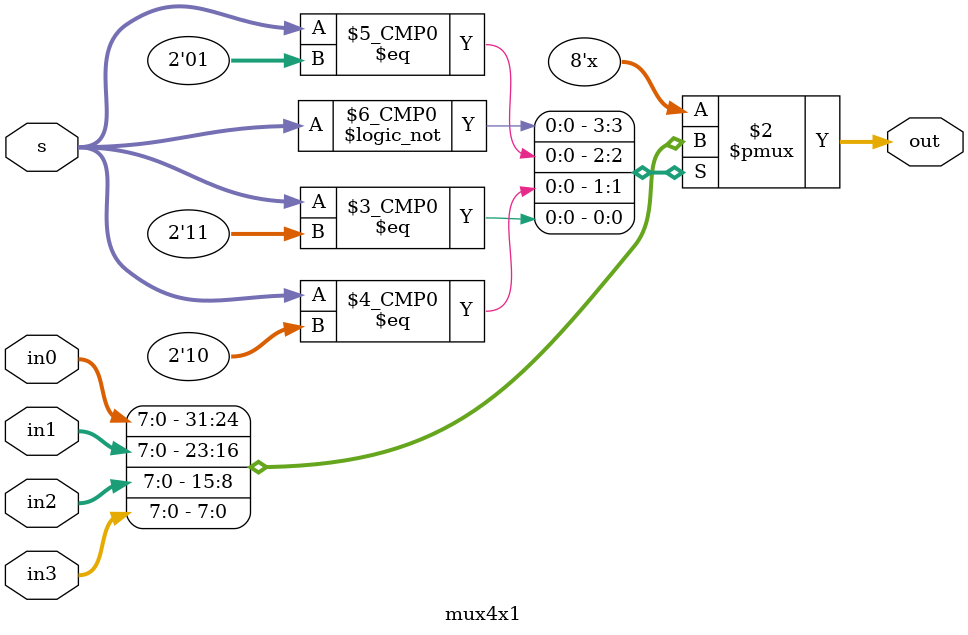
<source format=v>
module mux4x1 #(parameter n = 8) (
    input [1:0] s,                // 2-bit select line
    input [n-1:0] in0, in1, in2, in3, 
    output reg [n-1:0] out         
);
    always @(*) begin
        case (s)
            2'b00: out = in0;
            2'b01: out = in1;
            2'b10: out = in2;
            2'b11: out = in3;
            default: out = {n{1'b0}};
        endcase
    end
endmodule

</source>
